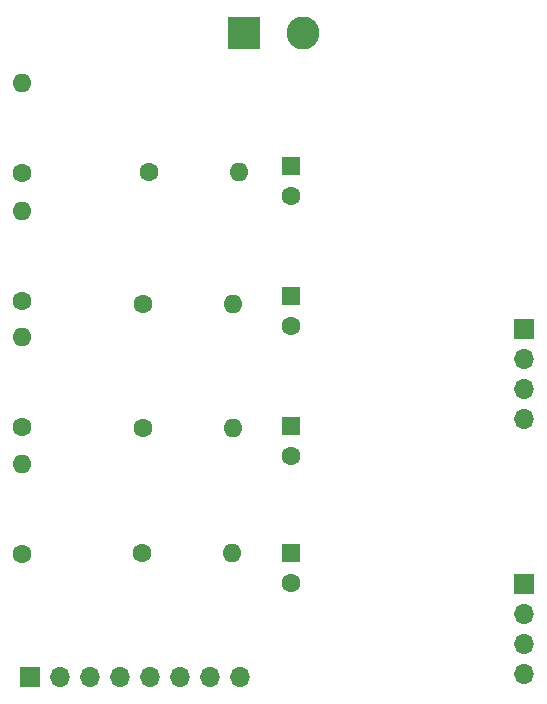
<source format=gbr>
%TF.GenerationSoftware,KiCad,Pcbnew,8.0.6-8.0.6-0~ubuntu22.04.1*%
%TF.CreationDate,2024-11-06T16:41:25-03:00*%
%TF.ProjectId,sensor_filter,73656e73-6f72-45f6-9669-6c7465722e6b,rev?*%
%TF.SameCoordinates,Original*%
%TF.FileFunction,Soldermask,Bot*%
%TF.FilePolarity,Negative*%
%FSLAX46Y46*%
G04 Gerber Fmt 4.6, Leading zero omitted, Abs format (unit mm)*
G04 Created by KiCad (PCBNEW 8.0.6-8.0.6-0~ubuntu22.04.1) date 2024-11-06 16:41:25*
%MOMM*%
%LPD*%
G01*
G04 APERTURE LIST*
%ADD10R,1.600000X1.600000*%
%ADD11C,1.600000*%
%ADD12O,1.600000X1.600000*%
%ADD13R,1.700000X1.700000*%
%ADD14O,1.700000X1.700000*%
%ADD15R,2.800000X2.800000*%
%ADD16C,2.800000*%
G04 APERTURE END LIST*
D10*
%TO.C,C4*%
X151750000Y-85310000D03*
D11*
X151750000Y-87810000D03*
%TD*%
%TO.C,R6*%
X139190000Y-64250000D03*
D12*
X146810000Y-64250000D03*
%TD*%
D11*
%TO.C,R4*%
X129000000Y-85370000D03*
D12*
X129000000Y-77750000D03*
%TD*%
D11*
%TO.C,R5*%
X139690000Y-53000000D03*
D12*
X147310000Y-53000000D03*
%TD*%
D11*
%TO.C,R8*%
X139130000Y-85310000D03*
D12*
X146750000Y-85310000D03*
%TD*%
D13*
%TO.C,J4*%
X171500000Y-87920000D03*
D14*
X171500000Y-90460000D03*
X171500000Y-93000000D03*
X171500000Y-95540000D03*
%TD*%
D10*
%TO.C,C1*%
X151750000Y-52560000D03*
D11*
X151750000Y-55060000D03*
%TD*%
%TO.C,R3*%
X129000000Y-74620000D03*
D12*
X129000000Y-67000000D03*
%TD*%
D10*
%TO.C,C3*%
X151750000Y-74560000D03*
D11*
X151750000Y-77060000D03*
%TD*%
D13*
%TO.C,J3*%
X171500000Y-66310000D03*
D14*
X171500000Y-68850000D03*
X171500000Y-71390000D03*
X171500000Y-73930000D03*
%TD*%
D11*
%TO.C,R2*%
X129000000Y-63930000D03*
D12*
X129000000Y-56310000D03*
%TD*%
D10*
%TO.C,C2*%
X151750000Y-63560000D03*
D11*
X151750000Y-66060000D03*
%TD*%
D15*
%TO.C,J2*%
X147750000Y-41250000D03*
D16*
X152750000Y-41250000D03*
%TD*%
D11*
%TO.C,R1*%
X129000000Y-53120000D03*
D12*
X129000000Y-45500000D03*
%TD*%
D13*
%TO.C,J1*%
X129625000Y-95810000D03*
D14*
X132165000Y-95810000D03*
X134705000Y-95810000D03*
X137245000Y-95810000D03*
X139785000Y-95810000D03*
X142325000Y-95810000D03*
X144865000Y-95810000D03*
X147405000Y-95810000D03*
%TD*%
D11*
%TO.C,R7*%
X139190000Y-74750000D03*
D12*
X146810000Y-74750000D03*
%TD*%
M02*

</source>
